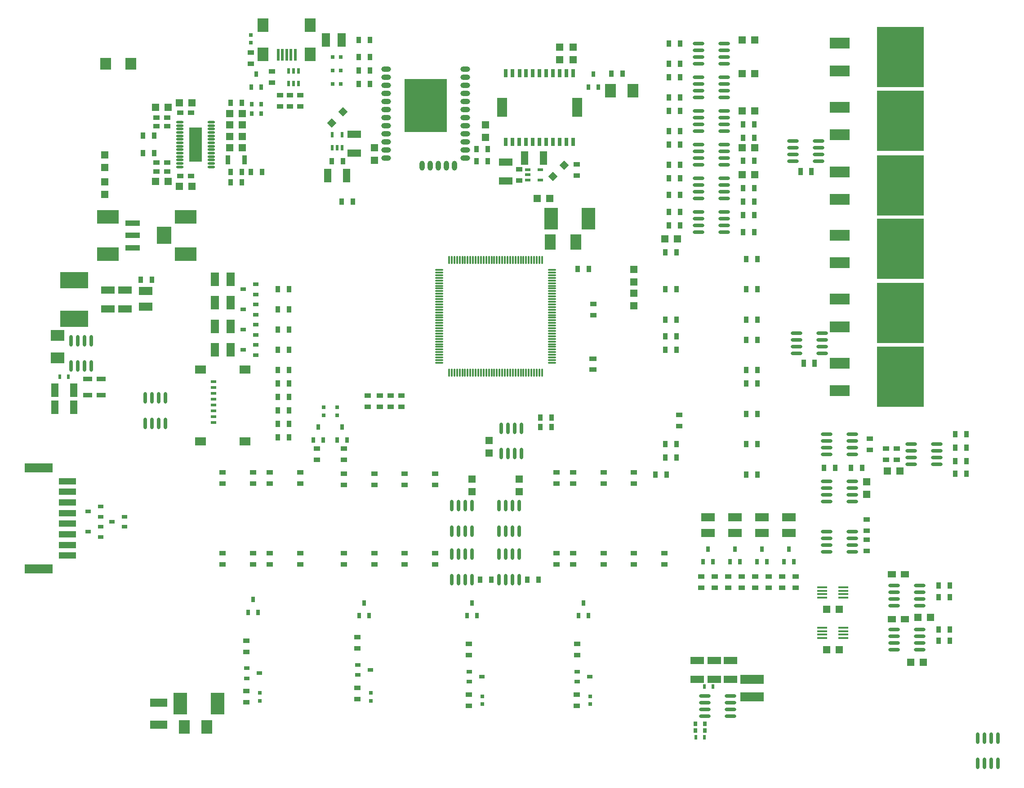
<source format=gtp>
G04 Layer_Color=8421504*
%FSLAX24Y24*%
%MOIN*%
G70*
G01*
G75*
%ADD10R,0.1024X0.0532*%
%ADD11R,0.0532X0.1024*%
%ADD12R,0.0217X0.0374*%
%ADD13R,0.2100X0.1230*%
%ADD14R,0.0669X0.0374*%
%ADD15R,0.0551X0.0335*%
%ADD16R,0.0945X0.2559*%
%ADD17O,0.0551X0.0177*%
%ADD18R,0.0532X0.0571*%
%ADD19R,0.0335X0.0512*%
%ADD20R,0.0512X0.0354*%
%ADD21R,0.0571X0.0532*%
%ADD22R,0.0374X0.0669*%
%ADD23R,0.0827X0.0906*%
%ADD24R,0.1063X0.0394*%
%ADD25R,0.1063X0.1299*%
%ADD26R,0.1614X0.1024*%
%ADD27O,0.0236X0.0866*%
%ADD28R,0.0512X0.0335*%
%ADD29R,0.0787X0.0984*%
%ADD30R,0.1500X0.0799*%
%ADD31R,0.3500X0.4500*%
%ADD32O,0.0748X0.0161*%
%ADD33O,0.0866X0.0236*%
%ADD34R,0.0315X0.0315*%
G04:AMPARAMS|DCode=35|XSize=39.4mil|YSize=72.8mil|CornerRadius=19.7mil|HoleSize=0mil|Usage=FLASHONLY|Rotation=90.000|XOffset=0mil|YOffset=0mil|HoleType=Round|Shape=RoundedRectangle|*
%AMROUNDEDRECTD35*
21,1,0.0394,0.0335,0,0,90.0*
21,1,0.0000,0.0728,0,0,90.0*
1,1,0.0394,0.0167,0.0000*
1,1,0.0394,0.0167,0.0000*
1,1,0.0394,-0.0167,0.0000*
1,1,0.0394,-0.0167,0.0000*
%
%ADD35ROUNDEDRECTD35*%
G04:AMPARAMS|DCode=36|XSize=39.4mil|YSize=72.8mil|CornerRadius=19.7mil|HoleSize=0mil|Usage=FLASHONLY|Rotation=180.000|XOffset=0mil|YOffset=0mil|HoleType=Round|Shape=RoundedRectangle|*
%AMROUNDEDRECTD36*
21,1,0.0394,0.0335,0,0,180.0*
21,1,0.0000,0.0728,0,0,180.0*
1,1,0.0394,0.0000,0.0167*
1,1,0.0394,0.0000,0.0167*
1,1,0.0394,0.0000,-0.0167*
1,1,0.0394,0.0000,-0.0167*
%
%ADD36ROUNDEDRECTD36*%
%ADD37R,0.3150X0.3937*%
%ADD38R,0.0591X0.1024*%
%ADD39R,0.0394X0.0236*%
%ADD40R,0.0748X0.1437*%
%ADD41R,0.0315X0.0591*%
%ADD42O,0.0650X0.0118*%
%ADD43O,0.0118X0.0650*%
%ADD44R,0.0591X0.0492*%
%ADD45R,0.1024X0.1614*%
%ADD46R,0.1024X0.0591*%
%ADD47R,0.1260X0.0591*%
%ADD48R,0.0413X0.0236*%
%ADD49R,0.0787X0.0591*%
%ADD50P,0.0724X4X270.0*%
%ADD51R,0.0236X0.0394*%
%ADD52R,0.2087X0.0669*%
%ADD53R,0.1260X0.0472*%
%ADD54R,0.0827X0.1177*%
%ADD55R,0.0315X0.0315*%
%ADD56R,0.0984X0.0787*%
%ADD57R,0.0394X0.0276*%
%ADD58R,0.0276X0.0394*%
%ADD59R,0.0295X0.0374*%
%ADD60R,0.0197X0.0906*%
%ADD61R,0.1772X0.0709*%
%ADD62R,0.0335X0.0551*%
D10*
X3500Y34801D02*
D03*
Y36199D02*
D03*
X2250Y34801D02*
D03*
Y36199D02*
D03*
X45950Y7301D02*
D03*
Y8699D02*
D03*
X48400D02*
D03*
Y7301D02*
D03*
X47200Y8699D02*
D03*
Y7301D02*
D03*
X20500Y47749D02*
D03*
Y46351D02*
D03*
X31750Y45699D02*
D03*
Y44301D02*
D03*
D11*
X-1699Y28750D02*
D03*
X-301D02*
D03*
X-1699Y27500D02*
D03*
X-301D02*
D03*
X18551Y44700D02*
D03*
X19949D02*
D03*
X34549Y46000D02*
D03*
X33151D02*
D03*
D12*
X-1315Y29750D02*
D03*
X-685D02*
D03*
X46485Y6750D02*
D03*
X47115D02*
D03*
X46465Y3000D02*
D03*
X45835D02*
D03*
D13*
X-250Y36922D02*
D03*
Y34078D02*
D03*
D14*
X1750Y28390D02*
D03*
Y29610D02*
D03*
X750Y28390D02*
D03*
Y29610D02*
D03*
D15*
X38200Y30306D02*
D03*
Y31094D02*
D03*
D16*
X8750Y47000D02*
D03*
D17*
X7589Y48663D02*
D03*
Y48407D02*
D03*
Y48152D02*
D03*
Y47896D02*
D03*
Y47640D02*
D03*
Y47384D02*
D03*
Y47128D02*
D03*
Y46872D02*
D03*
Y46616D02*
D03*
Y46360D02*
D03*
Y46104D02*
D03*
Y45848D02*
D03*
Y45593D02*
D03*
Y45337D02*
D03*
X9911Y48663D02*
D03*
Y48407D02*
D03*
Y48152D02*
D03*
Y47896D02*
D03*
Y47640D02*
D03*
Y47384D02*
D03*
Y47128D02*
D03*
Y46872D02*
D03*
Y46616D02*
D03*
Y46360D02*
D03*
Y46104D02*
D03*
Y45848D02*
D03*
Y45593D02*
D03*
Y45337D02*
D03*
D18*
X11287Y49300D02*
D03*
X12213D02*
D03*
X6713Y49750D02*
D03*
X5787D02*
D03*
X7537Y50100D02*
D03*
X8463D02*
D03*
X6713Y44250D02*
D03*
X5787D02*
D03*
X7537Y43900D02*
D03*
X8463D02*
D03*
X11287Y48450D02*
D03*
X12213D02*
D03*
X11287Y46750D02*
D03*
X12213D02*
D03*
X12213Y47600D02*
D03*
X11287D02*
D03*
X49287Y44750D02*
D03*
X50213D02*
D03*
X43537Y40000D02*
D03*
X44463D02*
D03*
X62300Y11900D02*
D03*
X63225D02*
D03*
X56463Y12500D02*
D03*
X55537D02*
D03*
X61787Y8550D02*
D03*
X62713D02*
D03*
X56463Y9500D02*
D03*
X55537D02*
D03*
X49287Y46750D02*
D03*
X50213D02*
D03*
Y49500D02*
D03*
X49287D02*
D03*
X60037Y22750D02*
D03*
X60963D02*
D03*
X50213Y54750D02*
D03*
X49287D02*
D03*
Y52250D02*
D03*
X50213D02*
D03*
X34087Y43000D02*
D03*
X35013D02*
D03*
D19*
X11337Y44950D02*
D03*
X12163D02*
D03*
X11337Y44200D02*
D03*
X12163D02*
D03*
X4837Y46350D02*
D03*
X5663D02*
D03*
X13663Y44950D02*
D03*
X12837D02*
D03*
X4837Y47650D02*
D03*
X5663D02*
D03*
X11337Y50100D02*
D03*
X12163D02*
D03*
X34163Y14700D02*
D03*
X33337D02*
D03*
X30663D02*
D03*
X29837D02*
D03*
X40413Y52250D02*
D03*
X39587D02*
D03*
X65913Y22550D02*
D03*
X65087D02*
D03*
X15663Y30250D02*
D03*
X14837D02*
D03*
X15663Y29250D02*
D03*
X14837D02*
D03*
X15663Y28250D02*
D03*
X14837D02*
D03*
X15663Y27250D02*
D03*
X14837D02*
D03*
X15663Y25250D02*
D03*
X14837D02*
D03*
X15663Y26250D02*
D03*
X14837D02*
D03*
X44663Y43250D02*
D03*
X43837D02*
D03*
X44663Y44500D02*
D03*
X43837D02*
D03*
X50163Y42750D02*
D03*
X49337D02*
D03*
X50163Y43750D02*
D03*
X49337D02*
D03*
X63837Y13400D02*
D03*
X64663D02*
D03*
X43837Y41000D02*
D03*
X44663D02*
D03*
X63837Y14250D02*
D03*
X64663D02*
D03*
X50163Y40500D02*
D03*
X49337D02*
D03*
X63837Y11000D02*
D03*
X64663D02*
D03*
X63837Y10150D02*
D03*
X64663D02*
D03*
X29587Y45750D02*
D03*
X30413D02*
D03*
X20837Y51500D02*
D03*
X21663D02*
D03*
X20837Y52500D02*
D03*
X21663D02*
D03*
X20837Y53500D02*
D03*
X21663D02*
D03*
X44663Y45500D02*
D03*
X43837D02*
D03*
X44663Y47000D02*
D03*
X43837D02*
D03*
X65913Y25500D02*
D03*
X65087D02*
D03*
X44663Y48000D02*
D03*
X43837D02*
D03*
X65087Y24500D02*
D03*
X65913D02*
D03*
X44663Y49500D02*
D03*
X43837D02*
D03*
X50163Y45800D02*
D03*
X49337D02*
D03*
X50163Y47500D02*
D03*
X49337D02*
D03*
X50163Y48500D02*
D03*
X49337D02*
D03*
X58163Y23000D02*
D03*
X57337D02*
D03*
X56163D02*
D03*
X55337D02*
D03*
X65913Y23500D02*
D03*
X65087D02*
D03*
X50413Y34000D02*
D03*
X49587D02*
D03*
X43587D02*
D03*
X44413D02*
D03*
X49587Y38500D02*
D03*
X50413D02*
D03*
X44413Y39000D02*
D03*
X43587D02*
D03*
X50413Y36250D02*
D03*
X49587D02*
D03*
X43587D02*
D03*
X44413D02*
D03*
X44663Y50500D02*
D03*
X43837D02*
D03*
X44663Y52000D02*
D03*
X43837D02*
D03*
X44663Y53000D02*
D03*
X43837D02*
D03*
X44663Y54500D02*
D03*
X43837D02*
D03*
X29587Y46650D02*
D03*
X30413D02*
D03*
X49337Y41750D02*
D03*
X50163D02*
D03*
X44663Y42000D02*
D03*
X43837D02*
D03*
X14837Y31750D02*
D03*
X15663D02*
D03*
X14837Y33250D02*
D03*
X15663D02*
D03*
X14837Y34750D02*
D03*
X15663D02*
D03*
X14837Y36250D02*
D03*
X15663D02*
D03*
X19587Y42750D02*
D03*
X20413D02*
D03*
X50413Y30250D02*
D03*
X49587D02*
D03*
X50413Y27000D02*
D03*
X49587D02*
D03*
X43663Y22500D02*
D03*
X42837D02*
D03*
X50413D02*
D03*
X49587D02*
D03*
X43587Y23750D02*
D03*
X44413D02*
D03*
X49587Y24750D02*
D03*
X50413D02*
D03*
X44413D02*
D03*
X43587D02*
D03*
X50413Y29250D02*
D03*
X49587D02*
D03*
X44413Y31750D02*
D03*
X43587D02*
D03*
X50413Y32500D02*
D03*
X49587D02*
D03*
X43587Y32750D02*
D03*
X44413D02*
D03*
X20837Y54750D02*
D03*
X21663D02*
D03*
X4687Y36950D02*
D03*
X5513D02*
D03*
X37087Y37750D02*
D03*
X37913D02*
D03*
X18837Y45750D02*
D03*
X19663D02*
D03*
X34324Y26045D02*
D03*
X35151D02*
D03*
X34324Y26745D02*
D03*
X35151D02*
D03*
D20*
X7606Y49350D02*
D03*
X8394D02*
D03*
X6644Y49000D02*
D03*
X5856D02*
D03*
X6644Y45000D02*
D03*
X5856D02*
D03*
X7606Y44650D02*
D03*
X8394D02*
D03*
X5856Y45650D02*
D03*
X6644D02*
D03*
X5856Y48350D02*
D03*
X6644D02*
D03*
D21*
X2000Y43287D02*
D03*
Y44213D02*
D03*
Y46213D02*
D03*
Y45287D02*
D03*
X32750Y21237D02*
D03*
Y22163D02*
D03*
X30250Y47537D02*
D03*
Y48463D02*
D03*
X36750Y54213D02*
D03*
Y53287D02*
D03*
X35750D02*
D03*
Y54213D02*
D03*
X29250Y21237D02*
D03*
Y22163D02*
D03*
X30500Y24087D02*
D03*
Y25013D02*
D03*
X58500Y21037D02*
D03*
Y21963D02*
D03*
X41250Y35037D02*
D03*
Y35963D02*
D03*
Y36787D02*
D03*
Y37713D02*
D03*
X22000Y46763D02*
D03*
Y45837D02*
D03*
D22*
X12360Y45850D02*
D03*
X11140D02*
D03*
D23*
X3935Y53000D02*
D03*
X2065D02*
D03*
D24*
X4089Y41156D02*
D03*
Y40250D02*
D03*
Y39344D02*
D03*
D25*
X6411Y40250D02*
D03*
D26*
X8000Y38872D02*
D03*
Y41628D02*
D03*
X2250Y38872D02*
D03*
Y41628D02*
D03*
D27*
X31750Y14705D02*
D03*
X32250D02*
D03*
X31250D02*
D03*
X32750D02*
D03*
X31250Y16595D02*
D03*
X31750D02*
D03*
X32250D02*
D03*
X32750D02*
D03*
Y20195D02*
D03*
X32250D02*
D03*
X31750D02*
D03*
X31250D02*
D03*
X32750Y18305D02*
D03*
X32250D02*
D03*
X31750D02*
D03*
X31250D02*
D03*
X5000Y26305D02*
D03*
X5500D02*
D03*
X6000D02*
D03*
X6500D02*
D03*
X5000Y28195D02*
D03*
X5500D02*
D03*
X6000D02*
D03*
X6500D02*
D03*
X32900Y25945D02*
D03*
X32400D02*
D03*
X31900D02*
D03*
X31400D02*
D03*
X32900Y24055D02*
D03*
X32400D02*
D03*
X31900D02*
D03*
X31400D02*
D03*
X1000Y32445D02*
D03*
X500D02*
D03*
X0D02*
D03*
X-500D02*
D03*
X1000Y30555D02*
D03*
X500D02*
D03*
X0D02*
D03*
X-500D02*
D03*
X27750Y14705D02*
D03*
X29250D02*
D03*
X27750Y16595D02*
D03*
X28250D02*
D03*
X28750D02*
D03*
X29250D02*
D03*
Y20195D02*
D03*
X28750D02*
D03*
X28250D02*
D03*
X27750D02*
D03*
X29250Y18305D02*
D03*
X28750D02*
D03*
X28250D02*
D03*
X27750D02*
D03*
X28750Y14705D02*
D03*
X28250D02*
D03*
X66750Y1055D02*
D03*
X67250D02*
D03*
X67750D02*
D03*
X68250D02*
D03*
X66750Y2945D02*
D03*
X67250D02*
D03*
X67750D02*
D03*
X68250D02*
D03*
D28*
X38250Y34337D02*
D03*
Y35163D02*
D03*
X22000Y21737D02*
D03*
Y22563D02*
D03*
X14250Y16663D02*
D03*
Y15837D02*
D03*
X22000D02*
D03*
Y16663D02*
D03*
X14250Y22663D02*
D03*
Y21837D02*
D03*
X20750Y10413D02*
D03*
Y9587D02*
D03*
Y6663D02*
D03*
Y5837D02*
D03*
X19750Y21737D02*
D03*
Y22563D02*
D03*
X19750Y15837D02*
D03*
Y16663D02*
D03*
X12500Y10163D02*
D03*
Y9337D02*
D03*
Y6413D02*
D03*
Y5587D02*
D03*
X21500Y28363D02*
D03*
Y27537D02*
D03*
X22400Y28363D02*
D03*
Y27537D02*
D03*
X23200Y28363D02*
D03*
Y27537D02*
D03*
X24000Y28363D02*
D03*
Y27537D02*
D03*
X32750Y45163D02*
D03*
Y44337D02*
D03*
X37000Y44687D02*
D03*
Y45513D02*
D03*
X16500Y16663D02*
D03*
Y15837D02*
D03*
Y22663D02*
D03*
Y21837D02*
D03*
X43500Y16663D02*
D03*
Y15837D02*
D03*
X44600Y26087D02*
D03*
Y26913D02*
D03*
X36750Y15837D02*
D03*
Y16663D02*
D03*
Y22663D02*
D03*
Y21837D02*
D03*
X41250Y15837D02*
D03*
Y16663D02*
D03*
Y22663D02*
D03*
Y21837D02*
D03*
X35500D02*
D03*
Y22663D02*
D03*
Y15837D02*
D03*
Y16663D02*
D03*
X39000Y15837D02*
D03*
Y16663D02*
D03*
Y22663D02*
D03*
Y21837D02*
D03*
X26500Y21737D02*
D03*
Y22563D02*
D03*
X26500Y15837D02*
D03*
Y16663D02*
D03*
X37050Y9913D02*
D03*
Y9087D02*
D03*
X37000Y6163D02*
D03*
Y5337D02*
D03*
X10750Y21837D02*
D03*
Y22663D02*
D03*
Y15837D02*
D03*
Y16663D02*
D03*
X17750Y24413D02*
D03*
Y23587D02*
D03*
X29000Y6163D02*
D03*
Y5337D02*
D03*
Y9913D02*
D03*
Y9087D02*
D03*
X24250Y15837D02*
D03*
Y16663D02*
D03*
X24250Y21737D02*
D03*
Y22563D02*
D03*
X19750Y24413D02*
D03*
Y23587D02*
D03*
X51250Y14087D02*
D03*
Y14913D02*
D03*
X50250D02*
D03*
Y14087D02*
D03*
X49250D02*
D03*
Y14913D02*
D03*
X48250D02*
D03*
Y14087D02*
D03*
X46250Y14913D02*
D03*
Y14087D02*
D03*
X53250D02*
D03*
Y14913D02*
D03*
X52250D02*
D03*
Y14087D02*
D03*
X47250D02*
D03*
Y14913D02*
D03*
X13000Y15837D02*
D03*
Y16663D02*
D03*
Y21837D02*
D03*
Y22663D02*
D03*
X58500Y16837D02*
D03*
Y17663D02*
D03*
Y18337D02*
D03*
Y19163D02*
D03*
X60750Y24413D02*
D03*
Y23587D02*
D03*
X59950Y24413D02*
D03*
Y23587D02*
D03*
X58750Y25163D02*
D03*
Y24337D02*
D03*
X15000Y49837D02*
D03*
Y50663D02*
D03*
X15750Y49837D02*
D03*
Y50663D02*
D03*
X16500Y49837D02*
D03*
Y50663D02*
D03*
X14400Y52413D02*
D03*
Y51587D02*
D03*
X12850Y52987D02*
D03*
Y53813D02*
D03*
D29*
X39523Y51000D02*
D03*
X41177D02*
D03*
X9577Y3750D02*
D03*
X7923D02*
D03*
X13748Y53699D02*
D03*
X17252D02*
D03*
Y55864D02*
D03*
X13748D02*
D03*
D30*
X56500Y38228D02*
D03*
Y40272D02*
D03*
Y49772D02*
D03*
Y47728D02*
D03*
Y33478D02*
D03*
Y35522D02*
D03*
Y30772D02*
D03*
Y28728D02*
D03*
Y42928D02*
D03*
Y44972D02*
D03*
Y54522D02*
D03*
Y52478D02*
D03*
D31*
X61000Y39250D02*
D03*
Y48750D02*
D03*
Y34500D02*
D03*
Y29750D02*
D03*
Y43950D02*
D03*
Y53500D02*
D03*
D32*
X56778Y13366D02*
D03*
Y13622D02*
D03*
Y13878D02*
D03*
Y14134D02*
D03*
X55222Y13366D02*
D03*
Y13622D02*
D03*
Y13878D02*
D03*
Y14134D02*
D03*
X56778Y10366D02*
D03*
Y10622D02*
D03*
Y10878D02*
D03*
Y11134D02*
D03*
X55222Y10366D02*
D03*
Y10622D02*
D03*
Y10878D02*
D03*
Y11134D02*
D03*
D33*
X60555Y14250D02*
D03*
Y13750D02*
D03*
Y13250D02*
D03*
Y12750D02*
D03*
X62445Y14250D02*
D03*
Y13750D02*
D03*
Y13250D02*
D03*
Y12750D02*
D03*
Y9500D02*
D03*
Y10000D02*
D03*
Y10500D02*
D03*
Y11000D02*
D03*
X60555Y9500D02*
D03*
Y10000D02*
D03*
Y10500D02*
D03*
Y11000D02*
D03*
X55555Y22000D02*
D03*
Y21500D02*
D03*
Y21000D02*
D03*
Y20500D02*
D03*
X57445Y22000D02*
D03*
Y21500D02*
D03*
Y21000D02*
D03*
Y20500D02*
D03*
X61805Y24750D02*
D03*
Y24250D02*
D03*
Y23750D02*
D03*
Y23250D02*
D03*
X63695Y24750D02*
D03*
Y24250D02*
D03*
Y23750D02*
D03*
Y23250D02*
D03*
X55555Y25500D02*
D03*
Y25000D02*
D03*
Y24500D02*
D03*
Y24000D02*
D03*
X57445Y25500D02*
D03*
Y25000D02*
D03*
Y24500D02*
D03*
Y24000D02*
D03*
X47945Y43000D02*
D03*
Y43500D02*
D03*
Y44000D02*
D03*
Y44500D02*
D03*
X46055Y43000D02*
D03*
Y43500D02*
D03*
Y44000D02*
D03*
Y44500D02*
D03*
X47945Y40500D02*
D03*
Y41000D02*
D03*
Y41500D02*
D03*
Y42000D02*
D03*
X46055Y40500D02*
D03*
Y41000D02*
D03*
Y41500D02*
D03*
Y42000D02*
D03*
X47945Y45500D02*
D03*
Y46000D02*
D03*
Y46500D02*
D03*
Y47000D02*
D03*
X46055Y45500D02*
D03*
Y46000D02*
D03*
Y46500D02*
D03*
Y47000D02*
D03*
X47945Y48000D02*
D03*
Y48500D02*
D03*
Y49000D02*
D03*
Y49500D02*
D03*
X46055Y48000D02*
D03*
Y48500D02*
D03*
Y49000D02*
D03*
Y49500D02*
D03*
Y52000D02*
D03*
Y51500D02*
D03*
Y51000D02*
D03*
Y50500D02*
D03*
X47945Y52000D02*
D03*
Y51500D02*
D03*
Y51000D02*
D03*
Y50500D02*
D03*
Y53000D02*
D03*
Y53500D02*
D03*
Y54000D02*
D03*
Y54500D02*
D03*
X46055Y53000D02*
D03*
Y53500D02*
D03*
Y54000D02*
D03*
Y54500D02*
D03*
X57445Y16750D02*
D03*
Y17250D02*
D03*
Y17750D02*
D03*
Y18250D02*
D03*
X55555Y16750D02*
D03*
Y17250D02*
D03*
Y17750D02*
D03*
Y18250D02*
D03*
X48395Y4550D02*
D03*
Y5050D02*
D03*
Y5550D02*
D03*
Y6050D02*
D03*
X46505Y4550D02*
D03*
Y5050D02*
D03*
Y5550D02*
D03*
Y6050D02*
D03*
X55195Y31500D02*
D03*
Y32000D02*
D03*
Y32500D02*
D03*
Y33000D02*
D03*
X53305Y31500D02*
D03*
Y32000D02*
D03*
Y32500D02*
D03*
Y33000D02*
D03*
X54945Y45750D02*
D03*
Y46250D02*
D03*
Y46750D02*
D03*
Y47250D02*
D03*
X53055Y45750D02*
D03*
Y46250D02*
D03*
Y46750D02*
D03*
Y47250D02*
D03*
D34*
X21750Y5705D02*
D03*
Y6295D02*
D03*
X13500D02*
D03*
Y5705D02*
D03*
X38000Y5455D02*
D03*
Y6045D02*
D03*
X18250Y26905D02*
D03*
Y27495D02*
D03*
X30000Y5455D02*
D03*
Y6045D02*
D03*
X19250Y26905D02*
D03*
Y27495D02*
D03*
X12850Y55145D02*
D03*
Y54555D02*
D03*
D35*
X28727Y50800D02*
D03*
Y49000D02*
D03*
Y50200D02*
D03*
Y51400D02*
D03*
X22873Y46000D02*
D03*
Y46600D02*
D03*
Y47200D02*
D03*
Y47800D02*
D03*
Y48400D02*
D03*
Y49000D02*
D03*
Y49600D02*
D03*
Y50200D02*
D03*
Y50800D02*
D03*
Y51400D02*
D03*
Y52000D02*
D03*
Y52600D02*
D03*
X28727D02*
D03*
Y52000D02*
D03*
Y49600D02*
D03*
Y48400D02*
D03*
Y47800D02*
D03*
Y47200D02*
D03*
Y46600D02*
D03*
Y46000D02*
D03*
D36*
X27948Y45421D02*
D03*
X27348D02*
D03*
X26748D02*
D03*
X26148D02*
D03*
X25548D02*
D03*
D37*
X25800Y49898D02*
D03*
D38*
X18409Y54750D02*
D03*
X19591D02*
D03*
X11341Y31750D02*
D03*
X10159D02*
D03*
X11341Y33500D02*
D03*
X10159D02*
D03*
X11341Y35250D02*
D03*
X10159D02*
D03*
X11341Y37000D02*
D03*
X10159D02*
D03*
D39*
X34322Y45124D02*
D03*
Y44376D02*
D03*
X33378D02*
D03*
Y44750D02*
D03*
Y45124D02*
D03*
D40*
X37026Y49750D02*
D03*
X31474D02*
D03*
D41*
X31750Y52309D02*
D03*
X32250D02*
D03*
X32759D02*
D03*
X33250D02*
D03*
X33750D02*
D03*
X34250D02*
D03*
X34750D02*
D03*
X35250D02*
D03*
X35750D02*
D03*
X36250D02*
D03*
X36750D02*
D03*
Y47191D02*
D03*
X36250D02*
D03*
X35750D02*
D03*
X35250D02*
D03*
X34750D02*
D03*
X34250D02*
D03*
X33750D02*
D03*
X33250D02*
D03*
X32750D02*
D03*
X32250D02*
D03*
X31750D02*
D03*
D42*
X35161Y30800D02*
D03*
Y30997D02*
D03*
Y31194D02*
D03*
Y31391D02*
D03*
Y31588D02*
D03*
Y31785D02*
D03*
Y31981D02*
D03*
Y32178D02*
D03*
Y32375D02*
D03*
Y32572D02*
D03*
Y32769D02*
D03*
Y32966D02*
D03*
Y33163D02*
D03*
Y33359D02*
D03*
Y33556D02*
D03*
Y33753D02*
D03*
Y33950D02*
D03*
Y34147D02*
D03*
Y34344D02*
D03*
Y34541D02*
D03*
Y34737D02*
D03*
Y34934D02*
D03*
Y35131D02*
D03*
Y35328D02*
D03*
Y35525D02*
D03*
Y35722D02*
D03*
Y35919D02*
D03*
Y36115D02*
D03*
Y36312D02*
D03*
Y36509D02*
D03*
Y36706D02*
D03*
Y36903D02*
D03*
Y37100D02*
D03*
Y37296D02*
D03*
Y37493D02*
D03*
Y37690D02*
D03*
X26815D02*
D03*
Y37493D02*
D03*
Y37296D02*
D03*
Y37100D02*
D03*
Y36903D02*
D03*
Y36706D02*
D03*
Y36509D02*
D03*
Y36312D02*
D03*
Y36115D02*
D03*
Y35919D02*
D03*
Y35722D02*
D03*
Y35525D02*
D03*
Y35328D02*
D03*
Y35131D02*
D03*
Y34934D02*
D03*
Y34737D02*
D03*
Y34541D02*
D03*
Y34344D02*
D03*
Y34147D02*
D03*
Y33950D02*
D03*
Y33753D02*
D03*
Y33556D02*
D03*
Y33359D02*
D03*
Y33163D02*
D03*
Y32966D02*
D03*
Y32769D02*
D03*
Y32572D02*
D03*
Y32375D02*
D03*
Y32178D02*
D03*
Y31981D02*
D03*
Y31785D02*
D03*
Y31588D02*
D03*
Y31391D02*
D03*
Y31194D02*
D03*
Y30997D02*
D03*
Y30800D02*
D03*
D43*
X34433Y38419D02*
D03*
X34236D02*
D03*
X34039D02*
D03*
X33842D02*
D03*
X33645D02*
D03*
X33448D02*
D03*
X33252D02*
D03*
X33055D02*
D03*
X32858D02*
D03*
X32661D02*
D03*
X32464D02*
D03*
X32267D02*
D03*
X32070D02*
D03*
X31874D02*
D03*
X31677D02*
D03*
X31480D02*
D03*
X31283D02*
D03*
X31086D02*
D03*
X30889D02*
D03*
X30693D02*
D03*
X30496D02*
D03*
X30299D02*
D03*
X30102D02*
D03*
X29905D02*
D03*
X29708D02*
D03*
X29511D02*
D03*
X29315D02*
D03*
X29118D02*
D03*
X28921D02*
D03*
X28724D02*
D03*
X28527D02*
D03*
X28330D02*
D03*
X28133D02*
D03*
X27937D02*
D03*
X27740D02*
D03*
X27543D02*
D03*
Y30072D02*
D03*
X27740D02*
D03*
X27937D02*
D03*
X28133D02*
D03*
X28330D02*
D03*
X28527D02*
D03*
X28724D02*
D03*
X28921D02*
D03*
X29118D02*
D03*
X29315D02*
D03*
X29511D02*
D03*
X29708D02*
D03*
X29905D02*
D03*
X30102D02*
D03*
X30299D02*
D03*
X30496D02*
D03*
X30693D02*
D03*
X30889D02*
D03*
X31086D02*
D03*
X31283D02*
D03*
X31480D02*
D03*
X31677D02*
D03*
X31874D02*
D03*
X32070D02*
D03*
X32267D02*
D03*
X32464D02*
D03*
X32661D02*
D03*
X32858D02*
D03*
X33055D02*
D03*
X33252D02*
D03*
X33448D02*
D03*
X33645D02*
D03*
X33842D02*
D03*
X34039D02*
D03*
X34236D02*
D03*
X34433D02*
D03*
D44*
X61342Y15100D02*
D03*
X60358D02*
D03*
Y11750D02*
D03*
X61342D02*
D03*
D45*
X7622Y5500D02*
D03*
X10378D02*
D03*
X37878Y41500D02*
D03*
X35122D02*
D03*
D46*
X5050Y34959D02*
D03*
Y36141D02*
D03*
X50750Y19341D02*
D03*
Y18159D02*
D03*
X48750Y19341D02*
D03*
Y18159D02*
D03*
X46750Y19341D02*
D03*
Y18159D02*
D03*
X52750Y19341D02*
D03*
Y18159D02*
D03*
D47*
X6000Y3923D02*
D03*
Y5577D02*
D03*
D48*
X10089Y29406D02*
D03*
Y28973D02*
D03*
Y28540D02*
D03*
Y28107D02*
D03*
Y27674D02*
D03*
Y27241D02*
D03*
Y26808D02*
D03*
Y26375D02*
D03*
D49*
X12400Y30300D02*
D03*
Y24946D02*
D03*
X9093Y30300D02*
D03*
Y24946D02*
D03*
D50*
X19668Y49418D02*
D03*
X18832Y48582D02*
D03*
X36068Y45468D02*
D03*
X35232Y44632D02*
D03*
D51*
X18876Y47722D02*
D03*
X19624D02*
D03*
Y46778D02*
D03*
X19250D02*
D03*
X18876D02*
D03*
X16374Y52472D02*
D03*
X16000D02*
D03*
X15626D02*
D03*
Y51528D02*
D03*
X16374D02*
D03*
X16000D02*
D03*
D52*
X-2907Y23010D02*
D03*
Y15490D02*
D03*
D53*
X-750Y22000D02*
D03*
Y21213D02*
D03*
Y20425D02*
D03*
Y19638D02*
D03*
Y18850D02*
D03*
Y18063D02*
D03*
Y17276D02*
D03*
Y16488D02*
D03*
D54*
X36947Y39750D02*
D03*
X35053D02*
D03*
D55*
X18905Y51500D02*
D03*
X19495D02*
D03*
Y52500D02*
D03*
X18905D02*
D03*
Y53500D02*
D03*
X19495D02*
D03*
D56*
X-1500Y31173D02*
D03*
Y32827D02*
D03*
D57*
X12278Y31750D02*
D03*
X13222Y32124D02*
D03*
Y31376D02*
D03*
Y32876D02*
D03*
Y33624D02*
D03*
X12278Y33250D02*
D03*
Y34750D02*
D03*
X13222Y35124D02*
D03*
Y34376D02*
D03*
Y35876D02*
D03*
Y36624D02*
D03*
X12278Y36250D02*
D03*
X37972Y7500D02*
D03*
X37028Y7126D02*
D03*
Y7874D02*
D03*
X21722Y8000D02*
D03*
X20778Y7626D02*
D03*
Y8374D02*
D03*
X13472Y7750D02*
D03*
X12528Y7376D02*
D03*
Y8124D02*
D03*
X1722Y17876D02*
D03*
Y18624D02*
D03*
X778Y18250D02*
D03*
Y19750D02*
D03*
X1722Y20124D02*
D03*
Y19376D02*
D03*
X3472Y18626D02*
D03*
Y19374D02*
D03*
X2528Y19000D02*
D03*
X29028Y7874D02*
D03*
Y7126D02*
D03*
X29972Y7500D02*
D03*
D58*
X19600Y26022D02*
D03*
X19974Y25078D02*
D03*
X19226D02*
D03*
X17476D02*
D03*
X18224D02*
D03*
X17850Y26022D02*
D03*
X37126Y12028D02*
D03*
X37874D02*
D03*
X37500Y12972D02*
D03*
X20876Y12028D02*
D03*
X21624D02*
D03*
X21250Y12972D02*
D03*
X12626Y12278D02*
D03*
X13374D02*
D03*
X13000Y13222D02*
D03*
X37876Y51278D02*
D03*
X38624D02*
D03*
X38250Y52222D02*
D03*
X29250Y12972D02*
D03*
X29624Y12028D02*
D03*
X28876D02*
D03*
X50376Y16028D02*
D03*
X51124D02*
D03*
X50750Y16972D02*
D03*
X48750D02*
D03*
X49124Y16028D02*
D03*
X48376D02*
D03*
X46376D02*
D03*
X47124D02*
D03*
X46750Y16972D02*
D03*
X52750D02*
D03*
X53124Y16028D02*
D03*
X52376D02*
D03*
X13250Y52222D02*
D03*
X13624Y51278D02*
D03*
X12876D02*
D03*
D59*
X12896Y49300D02*
D03*
X13604D02*
D03*
X13604Y50000D02*
D03*
X12896D02*
D03*
X46504Y4000D02*
D03*
X45796D02*
D03*
X45796Y3500D02*
D03*
X46504D02*
D03*
D60*
X14870Y53659D02*
D03*
X15185D02*
D03*
X15500D02*
D03*
X15815D02*
D03*
X16130D02*
D03*
D61*
X50000Y7300D02*
D03*
Y6000D02*
D03*
D62*
X54394Y45000D02*
D03*
X53606D02*
D03*
X54644Y30750D02*
D03*
X53856D02*
D03*
M02*

</source>
